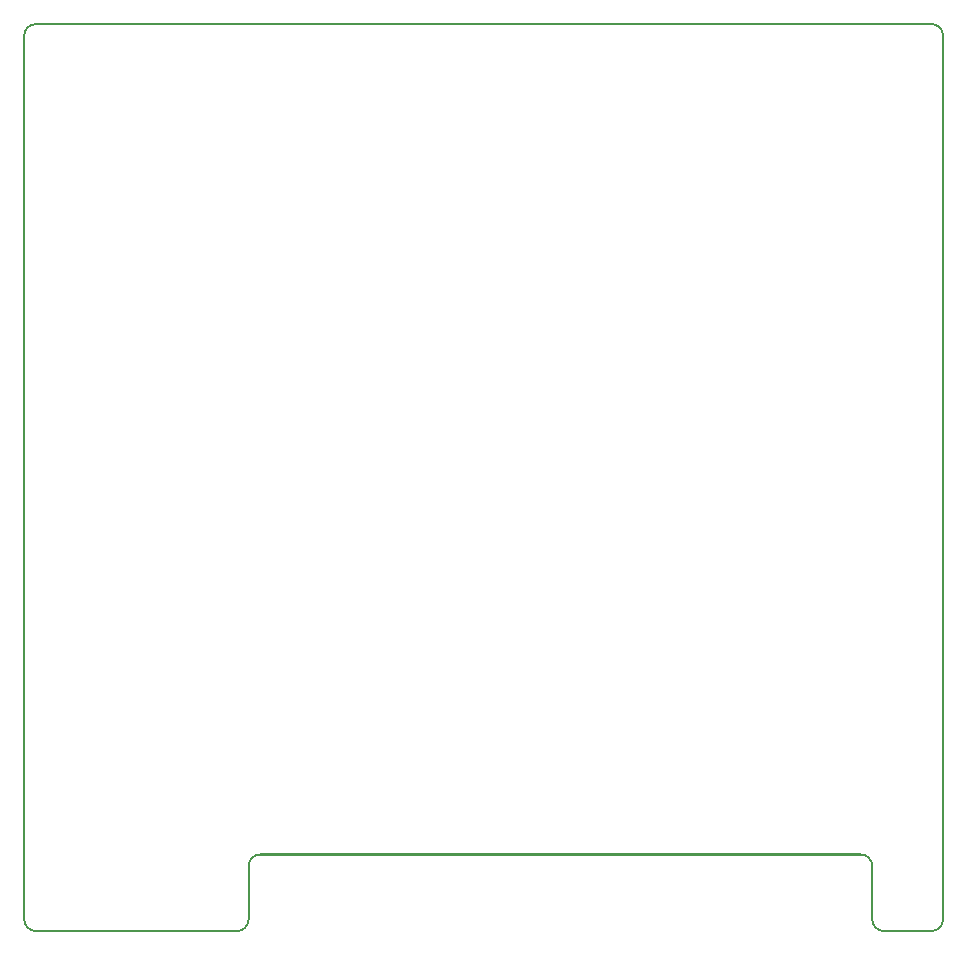
<source format=gm1>
G04 Layer_Color=16711935*
%FSLAX44Y44*%
%MOMM*%
G71*
G01*
G75*
%ADD44C,0.2000*%
%ADD112C,0.2540*%
D44*
X707250Y1859810D02*
G03*
X697250Y1849810I0J-10000D01*
G01*
X1475250D02*
G03*
X1465250Y1859810I-10000J0D01*
G01*
Y1091810D02*
G03*
X1475250Y1101810I0J10000D01*
G01*
X697250D02*
G03*
X707250Y1091810I10000J0D01*
G01*
X1415250Y1101810D02*
G03*
X1425250Y1091810I10000J0D01*
G01*
X877250D02*
G03*
X887250Y1101810I0J10000D01*
G01*
X897300Y1156810D02*
G03*
X887300Y1146810I0J-10000D01*
G01*
X1415250D02*
G03*
X1405250Y1156810I-10000J0D01*
G01*
X1425250Y1091810D02*
X1465250D01*
X707250D02*
X877250D01*
X707250Y1859810D02*
X1465250D01*
X1475250Y1101810D02*
Y1849810D01*
X697250Y1101810D02*
Y1849810D01*
X887300Y1101810D02*
Y1146810D01*
X1415250Y1101810D02*
Y1146810D01*
D112*
X897250Y1156810D02*
X1405250D01*
M02*

</source>
